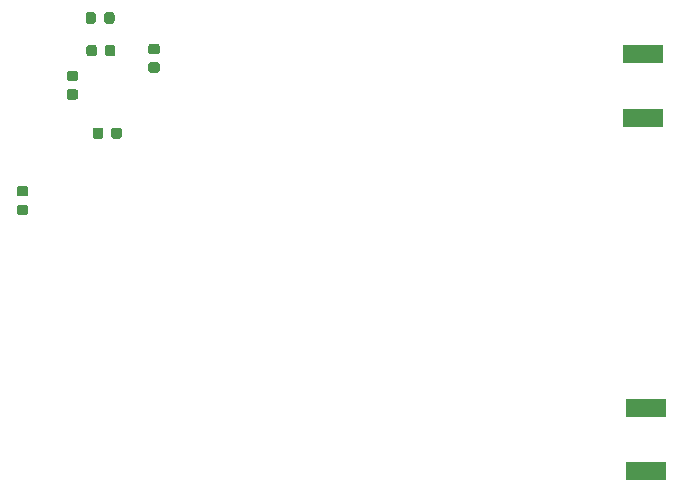
<source format=gbp>
G04 #@! TF.GenerationSoftware,KiCad,Pcbnew,(5.1.4)-1*
G04 #@! TF.CreationDate,2022-02-20T14:42:12-05:00*
G04 #@! TF.ProjectId,Recovery PCB,5265636f-7665-4727-9920-5043422e6b69,rev?*
G04 #@! TF.SameCoordinates,Original*
G04 #@! TF.FileFunction,Paste,Bot*
G04 #@! TF.FilePolarity,Positive*
%FSLAX46Y46*%
G04 Gerber Fmt 4.6, Leading zero omitted, Abs format (unit mm)*
G04 Created by KiCad (PCBNEW (5.1.4)-1) date 2022-02-20 14:42:12*
%MOMM*%
%LPD*%
G04 APERTURE LIST*
%ADD10R,3.500000X1.500000*%
%ADD11C,0.100000*%
%ADD12C,0.900000*%
%ADD13C,0.875000*%
G04 APERTURE END LIST*
D10*
X172740000Y-109980000D03*
X172740000Y-115380000D03*
X172520000Y-80050000D03*
X172520000Y-85450000D03*
D11*
G36*
X131361454Y-79180083D02*
G01*
X131383295Y-79183323D01*
X131404714Y-79188688D01*
X131425504Y-79196127D01*
X131445464Y-79205568D01*
X131464403Y-79216919D01*
X131482138Y-79230073D01*
X131498499Y-79244901D01*
X131513327Y-79261262D01*
X131526481Y-79278997D01*
X131537832Y-79297936D01*
X131547273Y-79317896D01*
X131554712Y-79338686D01*
X131560077Y-79360105D01*
X131563317Y-79381946D01*
X131564400Y-79404000D01*
X131564400Y-79854000D01*
X131563317Y-79876054D01*
X131560077Y-79897895D01*
X131554712Y-79919314D01*
X131547273Y-79940104D01*
X131537832Y-79960064D01*
X131526481Y-79979003D01*
X131513327Y-79996738D01*
X131498499Y-80013099D01*
X131482138Y-80027927D01*
X131464403Y-80041081D01*
X131445464Y-80052432D01*
X131425504Y-80061873D01*
X131404714Y-80069312D01*
X131383295Y-80074677D01*
X131361454Y-80077917D01*
X131339400Y-80079000D01*
X130839400Y-80079000D01*
X130817346Y-80077917D01*
X130795505Y-80074677D01*
X130774086Y-80069312D01*
X130753296Y-80061873D01*
X130733336Y-80052432D01*
X130714397Y-80041081D01*
X130696662Y-80027927D01*
X130680301Y-80013099D01*
X130665473Y-79996738D01*
X130652319Y-79979003D01*
X130640968Y-79960064D01*
X130631527Y-79940104D01*
X130624088Y-79919314D01*
X130618723Y-79897895D01*
X130615483Y-79876054D01*
X130614400Y-79854000D01*
X130614400Y-79404000D01*
X130615483Y-79381946D01*
X130618723Y-79360105D01*
X130624088Y-79338686D01*
X130631527Y-79317896D01*
X130640968Y-79297936D01*
X130652319Y-79278997D01*
X130665473Y-79261262D01*
X130680301Y-79244901D01*
X130696662Y-79230073D01*
X130714397Y-79216919D01*
X130733336Y-79205568D01*
X130753296Y-79196127D01*
X130774086Y-79188688D01*
X130795505Y-79183323D01*
X130817346Y-79180083D01*
X130839400Y-79179000D01*
X131339400Y-79179000D01*
X131361454Y-79180083D01*
X131361454Y-79180083D01*
G37*
D12*
X131089400Y-79629000D03*
D11*
G36*
X131361454Y-80730083D02*
G01*
X131383295Y-80733323D01*
X131404714Y-80738688D01*
X131425504Y-80746127D01*
X131445464Y-80755568D01*
X131464403Y-80766919D01*
X131482138Y-80780073D01*
X131498499Y-80794901D01*
X131513327Y-80811262D01*
X131526481Y-80828997D01*
X131537832Y-80847936D01*
X131547273Y-80867896D01*
X131554712Y-80888686D01*
X131560077Y-80910105D01*
X131563317Y-80931946D01*
X131564400Y-80954000D01*
X131564400Y-81404000D01*
X131563317Y-81426054D01*
X131560077Y-81447895D01*
X131554712Y-81469314D01*
X131547273Y-81490104D01*
X131537832Y-81510064D01*
X131526481Y-81529003D01*
X131513327Y-81546738D01*
X131498499Y-81563099D01*
X131482138Y-81577927D01*
X131464403Y-81591081D01*
X131445464Y-81602432D01*
X131425504Y-81611873D01*
X131404714Y-81619312D01*
X131383295Y-81624677D01*
X131361454Y-81627917D01*
X131339400Y-81629000D01*
X130839400Y-81629000D01*
X130817346Y-81627917D01*
X130795505Y-81624677D01*
X130774086Y-81619312D01*
X130753296Y-81611873D01*
X130733336Y-81602432D01*
X130714397Y-81591081D01*
X130696662Y-81577927D01*
X130680301Y-81563099D01*
X130665473Y-81546738D01*
X130652319Y-81529003D01*
X130640968Y-81510064D01*
X130631527Y-81490104D01*
X130624088Y-81469314D01*
X130618723Y-81447895D01*
X130615483Y-81426054D01*
X130614400Y-81404000D01*
X130614400Y-80954000D01*
X130615483Y-80931946D01*
X130618723Y-80910105D01*
X130624088Y-80888686D01*
X130631527Y-80867896D01*
X130640968Y-80847936D01*
X130652319Y-80828997D01*
X130665473Y-80811262D01*
X130680301Y-80794901D01*
X130696662Y-80780073D01*
X130714397Y-80766919D01*
X130733336Y-80755568D01*
X130753296Y-80746127D01*
X130774086Y-80738688D01*
X130795505Y-80733323D01*
X130817346Y-80730083D01*
X130839400Y-80729000D01*
X131339400Y-80729000D01*
X131361454Y-80730083D01*
X131361454Y-80730083D01*
G37*
D12*
X131089400Y-81179000D03*
D11*
G36*
X120227691Y-92801053D02*
G01*
X120248926Y-92804203D01*
X120269750Y-92809419D01*
X120289962Y-92816651D01*
X120309368Y-92825830D01*
X120327781Y-92836866D01*
X120345024Y-92849654D01*
X120360930Y-92864070D01*
X120375346Y-92879976D01*
X120388134Y-92897219D01*
X120399170Y-92915632D01*
X120408349Y-92935038D01*
X120415581Y-92955250D01*
X120420797Y-92976074D01*
X120423947Y-92997309D01*
X120425000Y-93018750D01*
X120425000Y-93456250D01*
X120423947Y-93477691D01*
X120420797Y-93498926D01*
X120415581Y-93519750D01*
X120408349Y-93539962D01*
X120399170Y-93559368D01*
X120388134Y-93577781D01*
X120375346Y-93595024D01*
X120360930Y-93610930D01*
X120345024Y-93625346D01*
X120327781Y-93638134D01*
X120309368Y-93649170D01*
X120289962Y-93658349D01*
X120269750Y-93665581D01*
X120248926Y-93670797D01*
X120227691Y-93673947D01*
X120206250Y-93675000D01*
X119693750Y-93675000D01*
X119672309Y-93673947D01*
X119651074Y-93670797D01*
X119630250Y-93665581D01*
X119610038Y-93658349D01*
X119590632Y-93649170D01*
X119572219Y-93638134D01*
X119554976Y-93625346D01*
X119539070Y-93610930D01*
X119524654Y-93595024D01*
X119511866Y-93577781D01*
X119500830Y-93559368D01*
X119491651Y-93539962D01*
X119484419Y-93519750D01*
X119479203Y-93498926D01*
X119476053Y-93477691D01*
X119475000Y-93456250D01*
X119475000Y-93018750D01*
X119476053Y-92997309D01*
X119479203Y-92976074D01*
X119484419Y-92955250D01*
X119491651Y-92935038D01*
X119500830Y-92915632D01*
X119511866Y-92897219D01*
X119524654Y-92879976D01*
X119539070Y-92864070D01*
X119554976Y-92849654D01*
X119572219Y-92836866D01*
X119590632Y-92825830D01*
X119610038Y-92816651D01*
X119630250Y-92809419D01*
X119651074Y-92804203D01*
X119672309Y-92801053D01*
X119693750Y-92800000D01*
X120206250Y-92800000D01*
X120227691Y-92801053D01*
X120227691Y-92801053D01*
G37*
D13*
X119950000Y-93237500D03*
D11*
G36*
X120227691Y-91226053D02*
G01*
X120248926Y-91229203D01*
X120269750Y-91234419D01*
X120289962Y-91241651D01*
X120309368Y-91250830D01*
X120327781Y-91261866D01*
X120345024Y-91274654D01*
X120360930Y-91289070D01*
X120375346Y-91304976D01*
X120388134Y-91322219D01*
X120399170Y-91340632D01*
X120408349Y-91360038D01*
X120415581Y-91380250D01*
X120420797Y-91401074D01*
X120423947Y-91422309D01*
X120425000Y-91443750D01*
X120425000Y-91881250D01*
X120423947Y-91902691D01*
X120420797Y-91923926D01*
X120415581Y-91944750D01*
X120408349Y-91964962D01*
X120399170Y-91984368D01*
X120388134Y-92002781D01*
X120375346Y-92020024D01*
X120360930Y-92035930D01*
X120345024Y-92050346D01*
X120327781Y-92063134D01*
X120309368Y-92074170D01*
X120289962Y-92083349D01*
X120269750Y-92090581D01*
X120248926Y-92095797D01*
X120227691Y-92098947D01*
X120206250Y-92100000D01*
X119693750Y-92100000D01*
X119672309Y-92098947D01*
X119651074Y-92095797D01*
X119630250Y-92090581D01*
X119610038Y-92083349D01*
X119590632Y-92074170D01*
X119572219Y-92063134D01*
X119554976Y-92050346D01*
X119539070Y-92035930D01*
X119524654Y-92020024D01*
X119511866Y-92002781D01*
X119500830Y-91984368D01*
X119491651Y-91964962D01*
X119484419Y-91944750D01*
X119479203Y-91923926D01*
X119476053Y-91902691D01*
X119475000Y-91881250D01*
X119475000Y-91443750D01*
X119476053Y-91422309D01*
X119479203Y-91401074D01*
X119484419Y-91380250D01*
X119491651Y-91360038D01*
X119500830Y-91340632D01*
X119511866Y-91322219D01*
X119524654Y-91304976D01*
X119539070Y-91289070D01*
X119554976Y-91274654D01*
X119572219Y-91261866D01*
X119590632Y-91250830D01*
X119610038Y-91241651D01*
X119630250Y-91234419D01*
X119651074Y-91229203D01*
X119672309Y-91226053D01*
X119693750Y-91225000D01*
X120206250Y-91225000D01*
X120227691Y-91226053D01*
X120227691Y-91226053D01*
G37*
D13*
X119950000Y-91662500D03*
D11*
G36*
X127621191Y-79282053D02*
G01*
X127642426Y-79285203D01*
X127663250Y-79290419D01*
X127683462Y-79297651D01*
X127702868Y-79306830D01*
X127721281Y-79317866D01*
X127738524Y-79330654D01*
X127754430Y-79345070D01*
X127768846Y-79360976D01*
X127781634Y-79378219D01*
X127792670Y-79396632D01*
X127801849Y-79416038D01*
X127809081Y-79436250D01*
X127814297Y-79457074D01*
X127817447Y-79478309D01*
X127818500Y-79499750D01*
X127818500Y-80012250D01*
X127817447Y-80033691D01*
X127814297Y-80054926D01*
X127809081Y-80075750D01*
X127801849Y-80095962D01*
X127792670Y-80115368D01*
X127781634Y-80133781D01*
X127768846Y-80151024D01*
X127754430Y-80166930D01*
X127738524Y-80181346D01*
X127721281Y-80194134D01*
X127702868Y-80205170D01*
X127683462Y-80214349D01*
X127663250Y-80221581D01*
X127642426Y-80226797D01*
X127621191Y-80229947D01*
X127599750Y-80231000D01*
X127162250Y-80231000D01*
X127140809Y-80229947D01*
X127119574Y-80226797D01*
X127098750Y-80221581D01*
X127078538Y-80214349D01*
X127059132Y-80205170D01*
X127040719Y-80194134D01*
X127023476Y-80181346D01*
X127007570Y-80166930D01*
X126993154Y-80151024D01*
X126980366Y-80133781D01*
X126969330Y-80115368D01*
X126960151Y-80095962D01*
X126952919Y-80075750D01*
X126947703Y-80054926D01*
X126944553Y-80033691D01*
X126943500Y-80012250D01*
X126943500Y-79499750D01*
X126944553Y-79478309D01*
X126947703Y-79457074D01*
X126952919Y-79436250D01*
X126960151Y-79416038D01*
X126969330Y-79396632D01*
X126980366Y-79378219D01*
X126993154Y-79360976D01*
X127007570Y-79345070D01*
X127023476Y-79330654D01*
X127040719Y-79317866D01*
X127059132Y-79306830D01*
X127078538Y-79297651D01*
X127098750Y-79290419D01*
X127119574Y-79285203D01*
X127140809Y-79282053D01*
X127162250Y-79281000D01*
X127599750Y-79281000D01*
X127621191Y-79282053D01*
X127621191Y-79282053D01*
G37*
D13*
X127381000Y-79756000D03*
D11*
G36*
X126046191Y-79282053D02*
G01*
X126067426Y-79285203D01*
X126088250Y-79290419D01*
X126108462Y-79297651D01*
X126127868Y-79306830D01*
X126146281Y-79317866D01*
X126163524Y-79330654D01*
X126179430Y-79345070D01*
X126193846Y-79360976D01*
X126206634Y-79378219D01*
X126217670Y-79396632D01*
X126226849Y-79416038D01*
X126234081Y-79436250D01*
X126239297Y-79457074D01*
X126242447Y-79478309D01*
X126243500Y-79499750D01*
X126243500Y-80012250D01*
X126242447Y-80033691D01*
X126239297Y-80054926D01*
X126234081Y-80075750D01*
X126226849Y-80095962D01*
X126217670Y-80115368D01*
X126206634Y-80133781D01*
X126193846Y-80151024D01*
X126179430Y-80166930D01*
X126163524Y-80181346D01*
X126146281Y-80194134D01*
X126127868Y-80205170D01*
X126108462Y-80214349D01*
X126088250Y-80221581D01*
X126067426Y-80226797D01*
X126046191Y-80229947D01*
X126024750Y-80231000D01*
X125587250Y-80231000D01*
X125565809Y-80229947D01*
X125544574Y-80226797D01*
X125523750Y-80221581D01*
X125503538Y-80214349D01*
X125484132Y-80205170D01*
X125465719Y-80194134D01*
X125448476Y-80181346D01*
X125432570Y-80166930D01*
X125418154Y-80151024D01*
X125405366Y-80133781D01*
X125394330Y-80115368D01*
X125385151Y-80095962D01*
X125377919Y-80075750D01*
X125372703Y-80054926D01*
X125369553Y-80033691D01*
X125368500Y-80012250D01*
X125368500Y-79499750D01*
X125369553Y-79478309D01*
X125372703Y-79457074D01*
X125377919Y-79436250D01*
X125385151Y-79416038D01*
X125394330Y-79396632D01*
X125405366Y-79378219D01*
X125418154Y-79360976D01*
X125432570Y-79345070D01*
X125448476Y-79330654D01*
X125465719Y-79317866D01*
X125484132Y-79306830D01*
X125503538Y-79297651D01*
X125523750Y-79290419D01*
X125544574Y-79285203D01*
X125565809Y-79282053D01*
X125587250Y-79281000D01*
X126024750Y-79281000D01*
X126046191Y-79282053D01*
X126046191Y-79282053D01*
G37*
D13*
X125806000Y-79756000D03*
D11*
G36*
X124458291Y-81452953D02*
G01*
X124479526Y-81456103D01*
X124500350Y-81461319D01*
X124520562Y-81468551D01*
X124539968Y-81477730D01*
X124558381Y-81488766D01*
X124575624Y-81501554D01*
X124591530Y-81515970D01*
X124605946Y-81531876D01*
X124618734Y-81549119D01*
X124629770Y-81567532D01*
X124638949Y-81586938D01*
X124646181Y-81607150D01*
X124651397Y-81627974D01*
X124654547Y-81649209D01*
X124655600Y-81670650D01*
X124655600Y-82108150D01*
X124654547Y-82129591D01*
X124651397Y-82150826D01*
X124646181Y-82171650D01*
X124638949Y-82191862D01*
X124629770Y-82211268D01*
X124618734Y-82229681D01*
X124605946Y-82246924D01*
X124591530Y-82262830D01*
X124575624Y-82277246D01*
X124558381Y-82290034D01*
X124539968Y-82301070D01*
X124520562Y-82310249D01*
X124500350Y-82317481D01*
X124479526Y-82322697D01*
X124458291Y-82325847D01*
X124436850Y-82326900D01*
X123924350Y-82326900D01*
X123902909Y-82325847D01*
X123881674Y-82322697D01*
X123860850Y-82317481D01*
X123840638Y-82310249D01*
X123821232Y-82301070D01*
X123802819Y-82290034D01*
X123785576Y-82277246D01*
X123769670Y-82262830D01*
X123755254Y-82246924D01*
X123742466Y-82229681D01*
X123731430Y-82211268D01*
X123722251Y-82191862D01*
X123715019Y-82171650D01*
X123709803Y-82150826D01*
X123706653Y-82129591D01*
X123705600Y-82108150D01*
X123705600Y-81670650D01*
X123706653Y-81649209D01*
X123709803Y-81627974D01*
X123715019Y-81607150D01*
X123722251Y-81586938D01*
X123731430Y-81567532D01*
X123742466Y-81549119D01*
X123755254Y-81531876D01*
X123769670Y-81515970D01*
X123785576Y-81501554D01*
X123802819Y-81488766D01*
X123821232Y-81477730D01*
X123840638Y-81468551D01*
X123860850Y-81461319D01*
X123881674Y-81456103D01*
X123902909Y-81452953D01*
X123924350Y-81451900D01*
X124436850Y-81451900D01*
X124458291Y-81452953D01*
X124458291Y-81452953D01*
G37*
D13*
X124180600Y-81889400D03*
D11*
G36*
X124458291Y-83027953D02*
G01*
X124479526Y-83031103D01*
X124500350Y-83036319D01*
X124520562Y-83043551D01*
X124539968Y-83052730D01*
X124558381Y-83063766D01*
X124575624Y-83076554D01*
X124591530Y-83090970D01*
X124605946Y-83106876D01*
X124618734Y-83124119D01*
X124629770Y-83142532D01*
X124638949Y-83161938D01*
X124646181Y-83182150D01*
X124651397Y-83202974D01*
X124654547Y-83224209D01*
X124655600Y-83245650D01*
X124655600Y-83683150D01*
X124654547Y-83704591D01*
X124651397Y-83725826D01*
X124646181Y-83746650D01*
X124638949Y-83766862D01*
X124629770Y-83786268D01*
X124618734Y-83804681D01*
X124605946Y-83821924D01*
X124591530Y-83837830D01*
X124575624Y-83852246D01*
X124558381Y-83865034D01*
X124539968Y-83876070D01*
X124520562Y-83885249D01*
X124500350Y-83892481D01*
X124479526Y-83897697D01*
X124458291Y-83900847D01*
X124436850Y-83901900D01*
X123924350Y-83901900D01*
X123902909Y-83900847D01*
X123881674Y-83897697D01*
X123860850Y-83892481D01*
X123840638Y-83885249D01*
X123821232Y-83876070D01*
X123802819Y-83865034D01*
X123785576Y-83852246D01*
X123769670Y-83837830D01*
X123755254Y-83821924D01*
X123742466Y-83804681D01*
X123731430Y-83786268D01*
X123722251Y-83766862D01*
X123715019Y-83746650D01*
X123709803Y-83725826D01*
X123706653Y-83704591D01*
X123705600Y-83683150D01*
X123705600Y-83245650D01*
X123706653Y-83224209D01*
X123709803Y-83202974D01*
X123715019Y-83182150D01*
X123722251Y-83161938D01*
X123731430Y-83142532D01*
X123742466Y-83124119D01*
X123755254Y-83106876D01*
X123769670Y-83090970D01*
X123785576Y-83076554D01*
X123802819Y-83063766D01*
X123821232Y-83052730D01*
X123840638Y-83043551D01*
X123860850Y-83036319D01*
X123881674Y-83031103D01*
X123902909Y-83027953D01*
X123924350Y-83026900D01*
X124436850Y-83026900D01*
X124458291Y-83027953D01*
X124458291Y-83027953D01*
G37*
D13*
X124180600Y-83464400D03*
D11*
G36*
X128154591Y-86267053D02*
G01*
X128175826Y-86270203D01*
X128196650Y-86275419D01*
X128216862Y-86282651D01*
X128236268Y-86291830D01*
X128254681Y-86302866D01*
X128271924Y-86315654D01*
X128287830Y-86330070D01*
X128302246Y-86345976D01*
X128315034Y-86363219D01*
X128326070Y-86381632D01*
X128335249Y-86401038D01*
X128342481Y-86421250D01*
X128347697Y-86442074D01*
X128350847Y-86463309D01*
X128351900Y-86484750D01*
X128351900Y-86997250D01*
X128350847Y-87018691D01*
X128347697Y-87039926D01*
X128342481Y-87060750D01*
X128335249Y-87080962D01*
X128326070Y-87100368D01*
X128315034Y-87118781D01*
X128302246Y-87136024D01*
X128287830Y-87151930D01*
X128271924Y-87166346D01*
X128254681Y-87179134D01*
X128236268Y-87190170D01*
X128216862Y-87199349D01*
X128196650Y-87206581D01*
X128175826Y-87211797D01*
X128154591Y-87214947D01*
X128133150Y-87216000D01*
X127695650Y-87216000D01*
X127674209Y-87214947D01*
X127652974Y-87211797D01*
X127632150Y-87206581D01*
X127611938Y-87199349D01*
X127592532Y-87190170D01*
X127574119Y-87179134D01*
X127556876Y-87166346D01*
X127540970Y-87151930D01*
X127526554Y-87136024D01*
X127513766Y-87118781D01*
X127502730Y-87100368D01*
X127493551Y-87080962D01*
X127486319Y-87060750D01*
X127481103Y-87039926D01*
X127477953Y-87018691D01*
X127476900Y-86997250D01*
X127476900Y-86484750D01*
X127477953Y-86463309D01*
X127481103Y-86442074D01*
X127486319Y-86421250D01*
X127493551Y-86401038D01*
X127502730Y-86381632D01*
X127513766Y-86363219D01*
X127526554Y-86345976D01*
X127540970Y-86330070D01*
X127556876Y-86315654D01*
X127574119Y-86302866D01*
X127592532Y-86291830D01*
X127611938Y-86282651D01*
X127632150Y-86275419D01*
X127652974Y-86270203D01*
X127674209Y-86267053D01*
X127695650Y-86266000D01*
X128133150Y-86266000D01*
X128154591Y-86267053D01*
X128154591Y-86267053D01*
G37*
D13*
X127914400Y-86741000D03*
D11*
G36*
X126579591Y-86267053D02*
G01*
X126600826Y-86270203D01*
X126621650Y-86275419D01*
X126641862Y-86282651D01*
X126661268Y-86291830D01*
X126679681Y-86302866D01*
X126696924Y-86315654D01*
X126712830Y-86330070D01*
X126727246Y-86345976D01*
X126740034Y-86363219D01*
X126751070Y-86381632D01*
X126760249Y-86401038D01*
X126767481Y-86421250D01*
X126772697Y-86442074D01*
X126775847Y-86463309D01*
X126776900Y-86484750D01*
X126776900Y-86997250D01*
X126775847Y-87018691D01*
X126772697Y-87039926D01*
X126767481Y-87060750D01*
X126760249Y-87080962D01*
X126751070Y-87100368D01*
X126740034Y-87118781D01*
X126727246Y-87136024D01*
X126712830Y-87151930D01*
X126696924Y-87166346D01*
X126679681Y-87179134D01*
X126661268Y-87190170D01*
X126641862Y-87199349D01*
X126621650Y-87206581D01*
X126600826Y-87211797D01*
X126579591Y-87214947D01*
X126558150Y-87216000D01*
X126120650Y-87216000D01*
X126099209Y-87214947D01*
X126077974Y-87211797D01*
X126057150Y-87206581D01*
X126036938Y-87199349D01*
X126017532Y-87190170D01*
X125999119Y-87179134D01*
X125981876Y-87166346D01*
X125965970Y-87151930D01*
X125951554Y-87136024D01*
X125938766Y-87118781D01*
X125927730Y-87100368D01*
X125918551Y-87080962D01*
X125911319Y-87060750D01*
X125906103Y-87039926D01*
X125902953Y-87018691D01*
X125901900Y-86997250D01*
X125901900Y-86484750D01*
X125902953Y-86463309D01*
X125906103Y-86442074D01*
X125911319Y-86421250D01*
X125918551Y-86401038D01*
X125927730Y-86381632D01*
X125938766Y-86363219D01*
X125951554Y-86345976D01*
X125965970Y-86330070D01*
X125981876Y-86315654D01*
X125999119Y-86302866D01*
X126017532Y-86291830D01*
X126036938Y-86282651D01*
X126057150Y-86275419D01*
X126077974Y-86270203D01*
X126099209Y-86267053D01*
X126120650Y-86266000D01*
X126558150Y-86266000D01*
X126579591Y-86267053D01*
X126579591Y-86267053D01*
G37*
D13*
X126339400Y-86741000D03*
D11*
G36*
X125970191Y-76513453D02*
G01*
X125991426Y-76516603D01*
X126012250Y-76521819D01*
X126032462Y-76529051D01*
X126051868Y-76538230D01*
X126070281Y-76549266D01*
X126087524Y-76562054D01*
X126103430Y-76576470D01*
X126117846Y-76592376D01*
X126130634Y-76609619D01*
X126141670Y-76628032D01*
X126150849Y-76647438D01*
X126158081Y-76667650D01*
X126163297Y-76688474D01*
X126166447Y-76709709D01*
X126167500Y-76731150D01*
X126167500Y-77243650D01*
X126166447Y-77265091D01*
X126163297Y-77286326D01*
X126158081Y-77307150D01*
X126150849Y-77327362D01*
X126141670Y-77346768D01*
X126130634Y-77365181D01*
X126117846Y-77382424D01*
X126103430Y-77398330D01*
X126087524Y-77412746D01*
X126070281Y-77425534D01*
X126051868Y-77436570D01*
X126032462Y-77445749D01*
X126012250Y-77452981D01*
X125991426Y-77458197D01*
X125970191Y-77461347D01*
X125948750Y-77462400D01*
X125511250Y-77462400D01*
X125489809Y-77461347D01*
X125468574Y-77458197D01*
X125447750Y-77452981D01*
X125427538Y-77445749D01*
X125408132Y-77436570D01*
X125389719Y-77425534D01*
X125372476Y-77412746D01*
X125356570Y-77398330D01*
X125342154Y-77382424D01*
X125329366Y-77365181D01*
X125318330Y-77346768D01*
X125309151Y-77327362D01*
X125301919Y-77307150D01*
X125296703Y-77286326D01*
X125293553Y-77265091D01*
X125292500Y-77243650D01*
X125292500Y-76731150D01*
X125293553Y-76709709D01*
X125296703Y-76688474D01*
X125301919Y-76667650D01*
X125309151Y-76647438D01*
X125318330Y-76628032D01*
X125329366Y-76609619D01*
X125342154Y-76592376D01*
X125356570Y-76576470D01*
X125372476Y-76562054D01*
X125389719Y-76549266D01*
X125408132Y-76538230D01*
X125427538Y-76529051D01*
X125447750Y-76521819D01*
X125468574Y-76516603D01*
X125489809Y-76513453D01*
X125511250Y-76512400D01*
X125948750Y-76512400D01*
X125970191Y-76513453D01*
X125970191Y-76513453D01*
G37*
D13*
X125730000Y-76987400D03*
D11*
G36*
X127545191Y-76513453D02*
G01*
X127566426Y-76516603D01*
X127587250Y-76521819D01*
X127607462Y-76529051D01*
X127626868Y-76538230D01*
X127645281Y-76549266D01*
X127662524Y-76562054D01*
X127678430Y-76576470D01*
X127692846Y-76592376D01*
X127705634Y-76609619D01*
X127716670Y-76628032D01*
X127725849Y-76647438D01*
X127733081Y-76667650D01*
X127738297Y-76688474D01*
X127741447Y-76709709D01*
X127742500Y-76731150D01*
X127742500Y-77243650D01*
X127741447Y-77265091D01*
X127738297Y-77286326D01*
X127733081Y-77307150D01*
X127725849Y-77327362D01*
X127716670Y-77346768D01*
X127705634Y-77365181D01*
X127692846Y-77382424D01*
X127678430Y-77398330D01*
X127662524Y-77412746D01*
X127645281Y-77425534D01*
X127626868Y-77436570D01*
X127607462Y-77445749D01*
X127587250Y-77452981D01*
X127566426Y-77458197D01*
X127545191Y-77461347D01*
X127523750Y-77462400D01*
X127086250Y-77462400D01*
X127064809Y-77461347D01*
X127043574Y-77458197D01*
X127022750Y-77452981D01*
X127002538Y-77445749D01*
X126983132Y-77436570D01*
X126964719Y-77425534D01*
X126947476Y-77412746D01*
X126931570Y-77398330D01*
X126917154Y-77382424D01*
X126904366Y-77365181D01*
X126893330Y-77346768D01*
X126884151Y-77327362D01*
X126876919Y-77307150D01*
X126871703Y-77286326D01*
X126868553Y-77265091D01*
X126867500Y-77243650D01*
X126867500Y-76731150D01*
X126868553Y-76709709D01*
X126871703Y-76688474D01*
X126876919Y-76667650D01*
X126884151Y-76647438D01*
X126893330Y-76628032D01*
X126904366Y-76609619D01*
X126917154Y-76592376D01*
X126931570Y-76576470D01*
X126947476Y-76562054D01*
X126964719Y-76549266D01*
X126983132Y-76538230D01*
X127002538Y-76529051D01*
X127022750Y-76521819D01*
X127043574Y-76516603D01*
X127064809Y-76513453D01*
X127086250Y-76512400D01*
X127523750Y-76512400D01*
X127545191Y-76513453D01*
X127545191Y-76513453D01*
G37*
D13*
X127305000Y-76987400D03*
M02*

</source>
